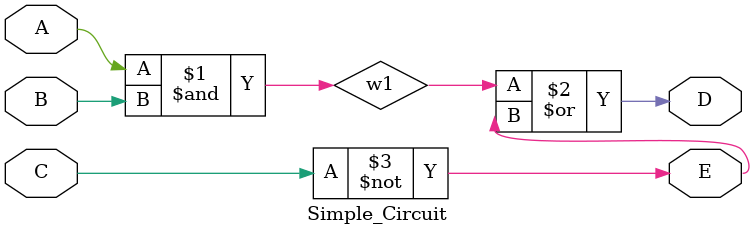
<source format=v>

module  Simple_Circuit (A,B,C,D,E);
  output		D,E;
  input		A,B,C;
  wire		w1;

  and		G1 (w1,A,B); // Optional gate instance name
  not			G2 (E,C);
  or			G3 (D,w1,E);
endmodule

</source>
